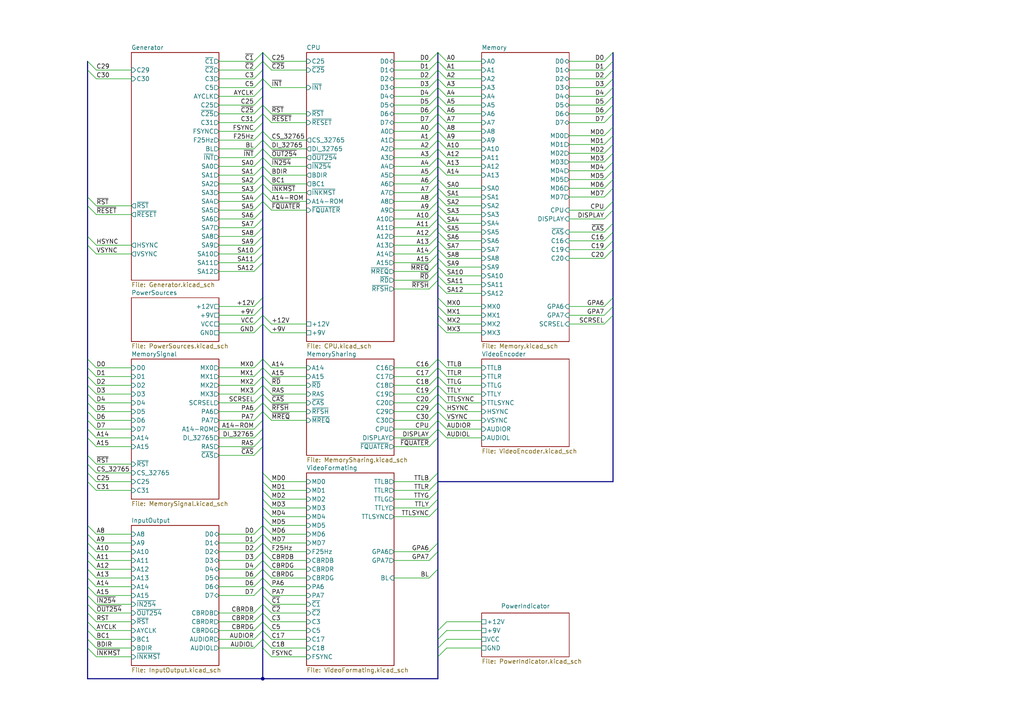
<source format=kicad_sch>
(kicad_sch (version 20211123) (generator eeschema)
  (paper "A4")
  (junction (at 76.2 196.85))
  (bus_entry (at 129.54 185.42) (size -2.54 2.54))
  (bus_entry (at 129.54 187.96) (size -2.54 2.54))
  (bus_entry (at 76.2 160.02) (size 2.54 2.54))
  (bus_entry (at 76.2 162.56) (size 2.54 2.54))
  (bus_entry (at 76.2 137.16) (size 2.54 2.54))
  (bus_entry (at 76.2 139.7) (size 2.54 2.54))
  (bus_entry (at 76.2 157.48) (size 2.54 2.54))
  (bus_entry (at 76.2 142.24) (size 2.54 2.54))
  (bus_entry (at 76.2 144.78) (size 2.54 2.54))
  (bus_entry (at 76.2 147.32) (size 2.54 2.54))
  (bus_entry (at 76.2 149.86) (size 2.54 2.54))
  (bus_entry (at 76.2 154.94) (size 2.54 2.54))
  (bus_entry (at 76.2 152.4) (size 2.54 2.54))
  (bus_entry (at 76.2 86.36) (size -2.54 2.54))
  (bus_entry (at 76.2 88.9) (size -2.54 2.54))
  (bus_entry (at 76.2 93.98) (size -2.54 2.54))
  (bus_entry (at 76.2 91.44) (size -2.54 2.54))
  (bus_entry (at 127 86.36) (size 2.54 2.54))
  (bus_entry (at 127 88.9) (size 2.54 2.54))
  (bus_entry (at 127 93.98) (size 2.54 2.54))
  (bus_entry (at 127 91.44) (size 2.54 2.54))
  (bus_entry (at 127 114.3) (size -2.54 2.54))
  (bus_entry (at 127 116.84) (size -2.54 2.54))
  (bus_entry (at 127 111.76) (size -2.54 2.54))
  (bus_entry (at 127 109.22) (size -2.54 2.54))
  (bus_entry (at 127 106.68) (size -2.54 2.54))
  (bus_entry (at 127 104.14) (size -2.54 2.54))
  (bus_entry (at 127 119.38) (size -2.54 2.54))
  (bus_entry (at 127 121.92) (size -2.54 2.54))
  (bus_entry (at 127 127) (size -2.54 2.54))
  (bus_entry (at 127 124.46) (size -2.54 2.54))
  (bus_entry (at 127 52.07) (size 2.54 2.54))
  (bus_entry (at 127 54.61) (size 2.54 2.54))
  (bus_entry (at 127 57.15) (size 2.54 2.54))
  (bus_entry (at 127 59.69) (size 2.54 2.54))
  (bus_entry (at 127 62.23) (size 2.54 2.54))
  (bus_entry (at 127 64.77) (size 2.54 2.54))
  (bus_entry (at 127 67.31) (size 2.54 2.54))
  (bus_entry (at 127 69.85) (size 2.54 2.54))
  (bus_entry (at 127 72.39) (size 2.54 2.54))
  (bus_entry (at 127 74.93) (size 2.54 2.54))
  (bus_entry (at 127 77.47) (size 2.54 2.54))
  (bus_entry (at 127 80.01) (size 2.54 2.54))
  (bus_entry (at 127 82.55) (size 2.54 2.54))
  (bus_entry (at 25.4 111.76) (size 2.54 2.54))
  (bus_entry (at 25.4 106.68) (size 2.54 2.54))
  (bus_entry (at 25.4 109.22) (size 2.54 2.54))
  (bus_entry (at 177.8 17.78) (size -2.54 2.54))
  (bus_entry (at 177.8 20.32) (size -2.54 2.54))
  (bus_entry (at 177.8 25.4) (size -2.54 2.54))
  (bus_entry (at 177.8 22.86) (size -2.54 2.54))
  (bus_entry (at 177.8 27.94) (size -2.54 2.54))
  (bus_entry (at 177.8 30.48) (size -2.54 2.54))
  (bus_entry (at 177.8 33.02) (size -2.54 2.54))
  (bus_entry (at 76.2 15.24) (size 2.54 2.54))
  (bus_entry (at 76.2 17.78) (size 2.54 2.54))
  (bus_entry (at 76.2 30.48) (size -2.54 2.54))
  (bus_entry (at 76.2 33.02) (size -2.54 2.54))
  (bus_entry (at 76.2 27.94) (size -2.54 2.54))
  (bus_entry (at 76.2 25.4) (size -2.54 2.54))
  (bus_entry (at 76.2 35.56) (size -2.54 2.54))
  (bus_entry (at 76.2 38.1) (size -2.54 2.54))
  (bus_entry (at 76.2 40.64) (size -2.54 2.54))
  (bus_entry (at 76.2 43.18) (size -2.54 2.54))
  (bus_entry (at 76.2 15.24) (size -2.54 2.54))
  (bus_entry (at 76.2 17.78) (size -2.54 2.54))
  (bus_entry (at 76.2 20.32) (size -2.54 2.54))
  (bus_entry (at 76.2 22.86) (size -2.54 2.54))
  (bus_entry (at 76.2 58.42) (size -2.54 2.54))
  (bus_entry (at 76.2 60.96) (size -2.54 2.54))
  (bus_entry (at 76.2 63.5) (size -2.54 2.54))
  (bus_entry (at 76.2 76.2) (size -2.54 2.54))
  (bus_entry (at 76.2 48.26) (size -2.54 2.54))
  (bus_entry (at 76.2 45.72) (size -2.54 2.54))
  (bus_entry (at 76.2 50.8) (size -2.54 2.54))
  (bus_entry (at 76.2 53.34) (size -2.54 2.54))
  (bus_entry (at 76.2 55.88) (size -2.54 2.54))
  (bus_entry (at 76.2 71.12) (size -2.54 2.54))
  (bus_entry (at 76.2 73.66) (size -2.54 2.54))
  (bus_entry (at 76.2 66.04) (size -2.54 2.54))
  (bus_entry (at 76.2 68.58) (size -2.54 2.54))
  (bus_entry (at 127 116.84) (size 2.54 2.54))
  (bus_entry (at 127 114.3) (size 2.54 2.54))
  (bus_entry (at 127 119.38) (size 2.54 2.54))
  (bus_entry (at 127 157.48) (size -2.54 2.54))
  (bus_entry (at 127 160.02) (size -2.54 2.54))
  (bus_entry (at 127 165.1) (size -2.54 2.54))
  (bus_entry (at 127 137.16) (size -2.54 2.54))
  (bus_entry (at 127 147.32) (size -2.54 2.54))
  (bus_entry (at 127 144.78) (size -2.54 2.54))
  (bus_entry (at 127 139.7) (size -2.54 2.54))
  (bus_entry (at 127 142.24) (size -2.54 2.54))
  (bus_entry (at 25.4 104.14) (size 2.54 2.54))
  (bus_entry (at 25.4 124.46) (size 2.54 2.54))
  (bus_entry (at 25.4 127) (size 2.54 2.54))
  (bus_entry (at 76.2 114.3) (size -2.54 2.54))
  (bus_entry (at 76.2 111.76) (size -2.54 2.54))
  (bus_entry (at 76.2 104.14) (size -2.54 2.54))
  (bus_entry (at 76.2 109.22) (size -2.54 2.54))
  (bus_entry (at 76.2 106.68) (size -2.54 2.54))
  (bus_entry (at 76.2 116.84) (size -2.54 2.54))
  (bus_entry (at 76.2 119.38) (size -2.54 2.54))
  (bus_entry (at 76.2 127) (size -2.54 2.54))
  (bus_entry (at 76.2 124.46) (size -2.54 2.54))
  (bus_entry (at 76.2 121.92) (size -2.54 2.54))
  (bus_entry (at 76.2 129.54) (size -2.54 2.54))
  (bus_entry (at 76.2 160.02) (size -2.54 2.54))
  (bus_entry (at 76.2 162.56) (size -2.54 2.54))
  (bus_entry (at 76.2 165.1) (size -2.54 2.54))
  (bus_entry (at 76.2 167.64) (size -2.54 2.54))
  (bus_entry (at 76.2 152.4) (size -2.54 2.54))
  (bus_entry (at 76.2 170.18) (size -2.54 2.54))
  (bus_entry (at 76.2 157.48) (size -2.54 2.54))
  (bus_entry (at 76.2 154.94) (size -2.54 2.54))
  (bus_entry (at 76.2 114.3) (size 2.54 2.54))
  (bus_entry (at 76.2 116.84) (size 2.54 2.54))
  (bus_entry (at 76.2 111.76) (size 2.54 2.54))
  (bus_entry (at 76.2 119.38) (size 2.54 2.54))
  (bus_entry (at 127 22.86) (size 2.54 2.54))
  (bus_entry (at 127 20.32) (size 2.54 2.54))
  (bus_entry (at 127 30.48) (size 2.54 2.54))
  (bus_entry (at 127 33.02) (size 2.54 2.54))
  (bus_entry (at 127 17.78) (size 2.54 2.54))
  (bus_entry (at 127 15.24) (size 2.54 2.54))
  (bus_entry (at 127 27.94) (size 2.54 2.54))
  (bus_entry (at 127 25.4) (size 2.54 2.54))
  (bus_entry (at 127 35.56) (size 2.54 2.54))
  (bus_entry (at 127 38.1) (size 2.54 2.54))
  (bus_entry (at 127 48.26) (size 2.54 2.54))
  (bus_entry (at 127 43.18) (size 2.54 2.54))
  (bus_entry (at 127 45.72) (size 2.54 2.54))
  (bus_entry (at 127 40.64) (size 2.54 2.54))
  (bus_entry (at 76.2 55.88) (size 2.54 2.54))
  (bus_entry (at 76.2 53.34) (size 2.54 2.54))
  (bus_entry (at 76.2 50.8) (size 2.54 2.54))
  (bus_entry (at 76.2 40.64) (size 2.54 2.54))
  (bus_entry (at 76.2 48.26) (size 2.54 2.54))
  (bus_entry (at 76.2 45.72) (size 2.54 2.54))
  (bus_entry (at 76.2 43.18) (size 2.54 2.54))
  (bus_entry (at 76.2 38.1) (size 2.54 2.54))
  (bus_entry (at 127 60.96) (size -2.54 2.54))
  (bus_entry (at 127 63.5) (size -2.54 2.54))
  (bus_entry (at 127 66.04) (size -2.54 2.54))
  (bus_entry (at 127 68.58) (size -2.54 2.54))
  (bus_entry (at 127 71.12) (size -2.54 2.54))
  (bus_entry (at 127 73.66) (size -2.54 2.54))
  (bus_entry (at 127 76.2) (size -2.54 2.54))
  (bus_entry (at 127 78.74) (size -2.54 2.54))
  (bus_entry (at 127 81.28) (size -2.54 2.54))
  (bus_entry (at 127 48.26) (size -2.54 2.54))
  (bus_entry (at 127 50.8) (size -2.54 2.54))
  (bus_entry (at 127 53.34) (size -2.54 2.54))
  (bus_entry (at 127 55.88) (size -2.54 2.54))
  (bus_entry (at 127 58.42) (size -2.54 2.54))
  (bus_entry (at 127 40.64) (size -2.54 2.54))
  (bus_entry (at 127 43.18) (size -2.54 2.54))
  (bus_entry (at 127 45.72) (size -2.54 2.54))
  (bus_entry (at 76.2 182.88) (size -2.54 2.54))
  (bus_entry (at 76.2 185.42) (size -2.54 2.54))
  (bus_entry (at 76.2 177.8) (size -2.54 2.54))
  (bus_entry (at 76.2 180.34) (size -2.54 2.54))
  (bus_entry (at 76.2 175.26) (size -2.54 2.54))
  (bus_entry (at 25.4 116.84) (size 2.54 2.54))
  (bus_entry (at 25.4 114.3) (size 2.54 2.54))
  (bus_entry (at 25.4 119.38) (size 2.54 2.54))
  (bus_entry (at 25.4 121.92) (size 2.54 2.54))
  (bus_entry (at 177.8 52.07) (size -2.54 2.54))
  (bus_entry (at 177.8 54.61) (size -2.54 2.54))
  (bus_entry (at 177.8 58.42) (size -2.54 2.54))
  (bus_entry (at 177.8 72.39) (size -2.54 2.54))
  (bus_entry (at 177.8 41.91) (size -2.54 2.54))
  (bus_entry (at 177.8 36.83) (size -2.54 2.54))
  (bus_entry (at 177.8 39.37) (size -2.54 2.54))
  (bus_entry (at 177.8 49.53) (size -2.54 2.54))
  (bus_entry (at 177.8 60.96) (size -2.54 2.54))
  (bus_entry (at 177.8 64.77) (size -2.54 2.54))
  (bus_entry (at 177.8 67.31) (size -2.54 2.54))
  (bus_entry (at 177.8 91.44) (size -2.54 2.54))
  (bus_entry (at 177.8 88.9) (size -2.54 2.54))
  (bus_entry (at 177.8 86.36) (size -2.54 2.54))
  (bus_entry (at 177.8 44.45) (size -2.54 2.54))
  (bus_entry (at 177.8 46.99) (size -2.54 2.54))
  (bus_entry (at 177.8 69.85) (size -2.54 2.54))
  (bus_entry (at 129.54 180.34) (size -2.54 2.54))
  (bus_entry (at 129.54 182.88) (size -2.54 2.54))
  (bus_entry (at 76.2 30.48) (size 2.54 2.54))
  (bus_entry (at 76.2 33.02) (size 2.54 2.54))
  (bus_entry (at 76.2 91.44) (size 2.54 2.54))
  (bus_entry (at 25.4 132.08) (size 2.54 2.54))
  (bus_entry (at 25.4 134.62) (size 2.54 2.54))
  (bus_entry (at 25.4 137.16) (size 2.54 2.54))
  (bus_entry (at 25.4 139.7) (size 2.54 2.54))
  (bus_entry (at 25.4 180.34) (size 2.54 2.54))
  (bus_entry (at 25.4 182.88) (size 2.54 2.54))
  (bus_entry (at 25.4 185.42) (size 2.54 2.54))
  (bus_entry (at 25.4 187.96) (size 2.54 2.54))
  (bus_entry (at 25.4 154.94) (size 2.54 2.54))
  (bus_entry (at 25.4 152.4) (size 2.54 2.54))
  (bus_entry (at 25.4 170.18) (size 2.54 2.54))
  (bus_entry (at 25.4 172.72) (size 2.54 2.54))
  (bus_entry (at 25.4 175.26) (size 2.54 2.54))
  (bus_entry (at 25.4 177.8) (size 2.54 2.54))
  (bus_entry (at 25.4 160.02) (size 2.54 2.54))
  (bus_entry (at 25.4 162.56) (size 2.54 2.54))
  (bus_entry (at 25.4 165.1) (size 2.54 2.54))
  (bus_entry (at 25.4 167.64) (size 2.54 2.54))
  (bus_entry (at 25.4 157.48) (size 2.54 2.54))
  (bus_entry (at 127 27.94) (size -2.54 2.54))
  (bus_entry (at 127 30.48) (size -2.54 2.54))
  (bus_entry (at 127 15.24) (size -2.54 2.54))
  (bus_entry (at 127 17.78) (size -2.54 2.54))
  (bus_entry (at 127 20.32) (size -2.54 2.54))
  (bus_entry (at 127 22.86) (size -2.54 2.54))
  (bus_entry (at 127 25.4) (size -2.54 2.54))
  (bus_entry (at 127 33.02) (size -2.54 2.54))
  (bus_entry (at 127 35.56) (size -2.54 2.54))
  (bus_entry (at 76.2 172.72) (size 2.54 2.54))
  (bus_entry (at 76.2 175.26) (size 2.54 2.54))
  (bus_entry (at 76.2 177.8) (size 2.54 2.54))
  (bus_entry (at 76.2 180.34) (size 2.54 2.54))
  (bus_entry (at 76.2 182.88) (size 2.54 2.54))
  (bus_entry (at 76.2 187.96) (size 2.54 2.54))
  (bus_entry (at 76.2 185.42) (size 2.54 2.54))
  (bus_entry (at 76.2 93.98) (size 2.54 2.54))
  (bus_entry (at 127 121.92) (size 2.54 2.54))
  (bus_entry (at 127 124.46) (size 2.54 2.54))
  (bus_entry (at 76.2 22.86) (size 2.54 2.54))
  (bus_entry (at 177.8 15.24) (size -2.54 2.54))
  (bus_entry (at 76.2 104.14) (size 2.54 2.54))
  (bus_entry (at 76.2 106.68) (size 2.54 2.54))
  (bus_entry (at 76.2 109.22) (size 2.54 2.54))
  (bus_entry (at 76.2 58.42) (size 2.54 2.54))
  (bus_entry (at 76.2 170.18) (size 2.54 2.54))
  (bus_entry (at 76.2 165.1) (size 2.54 2.54))
  (bus_entry (at 76.2 167.64) (size 2.54 2.54))
  (bus_entry (at 127 38.1) (size -2.54 2.54))
  (bus_entry (at 127 109.22) (size 2.54 2.54))
  (bus_entry (at 127 111.76) (size 2.54 2.54))
  (bus_entry (at 127 106.68) (size 2.54 2.54))
  (bus_entry (at 127 104.14) (size 2.54 2.54))
  (bus_entry (at 25.4 17.78) (size 2.54 2.54))
  (bus_entry (at 25.4 20.32) (size 2.54 2.54))
  (bus_entry (at 25.4 57.15) (size 2.54 2.54))
  (bus_entry (at 25.4 59.69) (size 2.54 2.54))
  (bus_entry (at 25.4 68.58) (size 2.54 2.54))
  (bus_entry (at 25.4 71.12) (size 2.54 2.54))
  (bus (pts (xy 127 121.92) (xy 127 124.46)))
  (wire (pts (xy 78.74 172.72) (xy 88.9 172.72)))
  (wire (pts (xy 129.54 121.92) (xy 139.7 121.92)))
  (bus (pts (xy 177.8 58.42) (xy 177.8 60.96)))
  (wire (pts (xy 78.74 167.64) (xy 88.9 167.64)))
  (wire (pts (xy 63.5 119.38) (xy 73.66 119.38)))
  (bus (pts (xy 76.2 73.66) (xy 76.2 76.2)))
  (wire (pts (xy 63.5 71.12) (xy 73.66 71.12)))
  (bus (pts (xy 76.2 152.4) (xy 76.2 154.94)))
  (bus (pts (xy 76.2 167.64) (xy 76.2 170.18)))
  (wire (pts (xy 114.3 40.64) (xy 124.46 40.64)))
  (wire (pts (xy 165.1 41.91) (xy 175.26 41.91)))
  (wire (pts (xy 63.5 20.32) (xy 73.66 20.32)))
  (bus (pts (xy 76.2 177.8) (xy 76.2 180.34)))
  (bus (pts (xy 177.8 49.53) (xy 177.8 52.07)))
  (bus (pts (xy 76.2 15.24) (xy 76.2 17.78)))
  (wire (pts (xy 165.1 63.5) (xy 175.26 63.5)))
  (bus (pts (xy 127 78.74) (xy 127 80.01)))
  (wire (pts (xy 114.3 66.04) (xy 124.46 66.04)))
  (wire (pts (xy 27.94 175.26) (xy 38.1 175.26)))
  (wire (pts (xy 129.54 45.72) (xy 139.7 45.72)))
  (wire (pts (xy 129.54 67.31) (xy 139.7 67.31)))
  (bus (pts (xy 25.4 187.96) (xy 25.4 196.85)))
  (wire (pts (xy 114.3 144.78) (xy 124.46 144.78)))
  (wire (pts (xy 114.3 33.02) (xy 124.46 33.02)))
  (wire (pts (xy 27.94 121.92) (xy 38.1 121.92)))
  (bus (pts (xy 127 182.88) (xy 127 185.42)))
  (wire (pts (xy 129.54 48.26) (xy 139.7 48.26)))
  (bus (pts (xy 177.8 88.9) (xy 177.8 91.44)))
  (bus (pts (xy 127 15.24) (xy 127 17.78)))
  (wire (pts (xy 129.54 50.8) (xy 139.7 50.8)))
  (bus (pts (xy 76.2 114.3) (xy 76.2 116.84)))
  (wire (pts (xy 78.74 33.02) (xy 88.9 33.02)))
  (wire (pts (xy 129.54 124.46) (xy 139.7 124.46)))
  (bus (pts (xy 25.4 59.69) (xy 25.4 68.58)))
  (bus (pts (xy 127 68.58) (xy 127 69.85)))
  (wire (pts (xy 114.3 147.32) (xy 124.46 147.32)))
  (wire (pts (xy 165.1 44.45) (xy 175.26 44.45)))
  (wire (pts (xy 129.54 80.01) (xy 139.7 80.01)))
  (bus (pts (xy 177.8 52.07) (xy 177.8 54.61)))
  (wire (pts (xy 114.3 17.78) (xy 124.46 17.78)))
  (wire (pts (xy 129.54 69.85) (xy 139.7 69.85)))
  (wire (pts (xy 129.54 40.64) (xy 139.7 40.64)))
  (bus (pts (xy 76.2 43.18) (xy 76.2 45.72)))
  (wire (pts (xy 63.5 154.94) (xy 73.66 154.94)))
  (bus (pts (xy 76.2 88.9) (xy 76.2 91.44)))
  (wire (pts (xy 78.74 96.52) (xy 88.9 96.52)))
  (wire (pts (xy 63.5 116.84) (xy 73.66 116.84)))
  (wire (pts (xy 78.74 160.02) (xy 88.9 160.02)))
  (wire (pts (xy 129.54 85.09) (xy 139.7 85.09)))
  (bus (pts (xy 25.4 139.7) (xy 25.4 152.4)))
  (bus (pts (xy 25.4 132.08) (xy 25.4 134.62)))
  (wire (pts (xy 63.5 182.88) (xy 73.66 182.88)))
  (wire (pts (xy 114.3 121.92) (xy 124.46 121.92)))
  (bus (pts (xy 25.4 165.1) (xy 25.4 167.64)))
  (bus (pts (xy 76.2 40.64) (xy 76.2 43.18)))
  (wire (pts (xy 129.54 91.44) (xy 139.7 91.44)))
  (wire (pts (xy 114.3 106.68) (xy 124.46 106.68)))
  (bus (pts (xy 177.8 64.77) (xy 177.8 67.31)))
  (wire (pts (xy 129.54 25.4) (xy 139.7 25.4)))
  (wire (pts (xy 27.94 22.86) (xy 38.1 22.86)))
  (wire (pts (xy 165.1 49.53) (xy 175.26 49.53)))
  (wire (pts (xy 63.5 55.88) (xy 73.66 55.88)))
  (wire (pts (xy 129.54 187.96) (xy 139.7 187.96)))
  (bus (pts (xy 177.8 15.24) (xy 177.8 17.78)))
  (wire (pts (xy 63.5 60.96) (xy 73.66 60.96)))
  (wire (pts (xy 78.74 111.76) (xy 88.9 111.76)))
  (wire (pts (xy 129.54 72.39) (xy 139.7 72.39)))
  (bus (pts (xy 177.8 69.85) (xy 177.8 72.39)))
  (bus (pts (xy 25.4 137.16) (xy 25.4 139.7)))
  (bus (pts (xy 25.4 17.78) (xy 25.4 20.32)))
  (wire (pts (xy 63.5 45.72) (xy 73.66 45.72)))
  (wire (pts (xy 129.54 74.93) (xy 139.7 74.93)))
  (wire (pts (xy 165.1 20.32) (xy 175.26 20.32)))
  (bus (pts (xy 127 69.85) (xy 127 71.12)))
  (bus (pts (xy 76.2 63.5) (xy 76.2 66.04)))
  (wire (pts (xy 114.3 55.88) (xy 124.46 55.88)))
  (bus (pts (xy 25.4 114.3) (xy 25.4 116.84)))
  (bus (pts (xy 76.2 38.1) (xy 76.2 40.64)))
  (wire (pts (xy 129.54 33.02) (xy 139.7 33.02)))
  (bus (pts (xy 76.2 196.85) (xy 127 196.85)))
  (wire (pts (xy 129.54 59.69) (xy 139.7 59.69)))
  (wire (pts (xy 78.74 55.88) (xy 88.9 55.88)))
  (wire (pts (xy 63.5 38.1) (xy 73.66 38.1)))
  (bus (pts (xy 127 81.28) (xy 127 82.55)))
  (wire (pts (xy 63.5 76.2) (xy 73.66 76.2)))
  (bus (pts (xy 127 88.9) (xy 127 91.44)))
  (wire (pts (xy 27.94 62.23) (xy 38.1 62.23)))
  (bus (pts (xy 76.2 22.86) (xy 76.2 25.4)))
  (wire (pts (xy 129.54 180.34) (xy 139.7 180.34)))
  (wire (pts (xy 78.74 45.72) (xy 88.9 45.72)))
  (wire (pts (xy 78.74 53.34) (xy 88.9 53.34)))
  (wire (pts (xy 63.5 180.34) (xy 73.66 180.34)))
  (bus (pts (xy 25.4 185.42) (xy 25.4 187.96)))
  (wire (pts (xy 129.54 119.38) (xy 139.7 119.38)))
  (bus (pts (xy 127 104.14) (xy 127 106.68)))
  (bus (pts (xy 25.4 196.85) (xy 76.2 196.85)))
  (wire (pts (xy 63.5 160.02) (xy 73.66 160.02)))
  (bus (pts (xy 76.2 149.86) (xy 76.2 152.4)))
  (bus (pts (xy 177.8 86.36) (xy 177.8 88.9)))
  (bus (pts (xy 127 27.94) (xy 127 30.48)))
  (wire (pts (xy 78.74 50.8) (xy 88.9 50.8)))
  (wire (pts (xy 63.5 132.08) (xy 73.66 132.08)))
  (bus (pts (xy 76.2 127) (xy 76.2 129.54)))
  (wire (pts (xy 165.1 25.4) (xy 175.26 25.4)))
  (bus (pts (xy 25.4 182.88) (xy 25.4 185.42)))
  (wire (pts (xy 27.94 190.5) (xy 38.1 190.5)))
  (wire (pts (xy 27.94 185.42) (xy 38.1 185.42)))
  (bus (pts (xy 76.2 180.34) (xy 76.2 182.88)))
  (wire (pts (xy 27.94 157.48) (xy 38.1 157.48)))
  (wire (pts (xy 78.74 60.96) (xy 88.9 60.96)))
  (bus (pts (xy 76.2 17.78) (xy 76.2 20.32)))
  (wire (pts (xy 78.74 157.48) (xy 88.9 157.48)))
  (wire (pts (xy 78.74 17.78) (xy 88.9 17.78)))
  (wire (pts (xy 27.94 165.1) (xy 38.1 165.1)))
  (bus (pts (xy 76.2 137.16) (xy 76.2 139.7)))
  (bus (pts (xy 76.2 30.48) (xy 76.2 33.02)))
  (bus (pts (xy 127 127) (xy 127 137.16)))
  (bus (pts (xy 127 139.7) (xy 127 142.24)))
  (wire (pts (xy 78.74 106.68) (xy 88.9 106.68)))
  (bus (pts (xy 25.4 71.12) (xy 25.4 104.14)))
  (bus (pts (xy 127 91.44) (xy 127 93.98)))
  (wire (pts (xy 165.1 46.99) (xy 175.26 46.99)))
  (bus (pts (xy 127 25.4) (xy 127 27.94)))
  (wire (pts (xy 78.74 185.42) (xy 88.9 185.42)))
  (wire (pts (xy 114.3 58.42) (xy 124.46 58.42)))
  (wire (pts (xy 129.54 17.78) (xy 139.7 17.78)))
  (wire (pts (xy 78.74 147.32) (xy 88.9 147.32)))
  (wire (pts (xy 27.94 114.3) (xy 38.1 114.3)))
  (wire (pts (xy 78.74 165.1) (xy 88.9 165.1)))
  (bus (pts (xy 127 76.2) (xy 127 77.47)))
  (wire (pts (xy 129.54 35.56) (xy 139.7 35.56)))
  (bus (pts (xy 127 33.02) (xy 127 35.56)))
  (bus (pts (xy 127 53.34) (xy 127 54.61)))
  (wire (pts (xy 78.74 119.38) (xy 88.9 119.38)))
  (wire (pts (xy 27.94 172.72) (xy 38.1 172.72)))
  (wire (pts (xy 129.54 182.88) (xy 139.7 182.88)))
  (wire (pts (xy 165.1 39.37) (xy 175.26 39.37)))
  (bus (pts (xy 25.4 162.56) (xy 25.4 165.1)))
  (wire (pts (xy 27.94 106.68) (xy 38.1 106.68)))
  (wire (pts (xy 114.3 149.86) (xy 124.46 149.86)))
  (bus (pts (xy 76.2 66.04) (xy 76.2 68.58)))
  (wire (pts (xy 114.3 27.94) (xy 124.46 27.94)))
  (wire (pts (xy 78.74 116.84) (xy 88.9 116.84)))
  (bus (pts (xy 177.8 41.91) (xy 177.8 44.45)))
  (bus (pts (xy 127 35.56) (xy 127 38.1)))
  (wire (pts (xy 78.74 144.78) (xy 88.9 144.78)))
  (wire (pts (xy 63.5 58.42) (xy 73.66 58.42)))
  (bus (pts (xy 127 114.3) (xy 127 116.84)))
  (wire (pts (xy 78.74 152.4) (xy 88.9 152.4)))
  (wire (pts (xy 27.94 134.62) (xy 38.1 134.62)))
  (wire (pts (xy 78.74 121.92) (xy 88.9 121.92)))
  (bus (pts (xy 25.4 157.48) (xy 25.4 160.02)))
  (wire (pts (xy 78.74 114.3) (xy 88.9 114.3)))
  (bus (pts (xy 127 116.84) (xy 127 119.38)))
  (wire (pts (xy 78.74 142.24) (xy 88.9 142.24)))
  (wire (pts (xy 27.94 73.66) (xy 38.1 73.66)))
  (bus (pts (xy 127 57.15) (xy 127 58.42)))
  (bus (pts (xy 127 40.64) (xy 127 43.18)))
  (wire (pts (xy 63.5 157.48) (xy 73.66 157.48)))
  (bus (pts (xy 76.2 106.68) (xy 76.2 109.22)))
  (wire (pts (xy 27.94 170.18) (xy 38.1 170.18)))
  (bus (pts (xy 25.4 175.26) (xy 25.4 177.8)))
  (bus (pts (xy 76.2 93.98) (xy 76.2 104.14)))
  (wire (pts (xy 114.3 78.74) (xy 124.46 78.74)))
  (wire (pts (xy 63.5 73.66) (xy 73.66 73.66)))
  (bus (pts (xy 25.4 170.18) (xy 25.4 172.72)))
  (wire (pts (xy 78.74 43.18) (xy 88.9 43.18)))
  (wire (pts (xy 63.5 88.9) (xy 73.66 88.9)))
  (bus (pts (xy 25.4 119.38) (xy 25.4 121.92)))
  (bus (pts (xy 25.4 134.62) (xy 25.4 137.16)))
  (bus (pts (xy 76.2 109.22) (xy 76.2 111.76)))
  (wire (pts (xy 78.74 25.4) (xy 88.9 25.4)))
  (wire (pts (xy 78.74 154.94) (xy 88.9 154.94)))
  (bus (pts (xy 127 157.48) (xy 127 160.02)))
  (bus (pts (xy 127 124.46) (xy 127 127)))
  (wire (pts (xy 114.3 116.84) (xy 124.46 116.84)))
  (wire (pts (xy 63.5 78.74) (xy 73.66 78.74)))
  (wire (pts (xy 114.3 22.86) (xy 124.46 22.86)))
  (bus (pts (xy 76.2 104.14) (xy 76.2 106.68)))
  (wire (pts (xy 78.74 58.42) (xy 88.9 58.42)))
  (wire (pts (xy 165.1 67.31) (xy 175.26 67.31)))
  (bus (pts (xy 76.2 139.7) (xy 76.2 142.24)))
  (wire (pts (xy 63.5 187.96) (xy 73.66 187.96)))
  (bus (pts (xy 25.4 57.15) (xy 25.4 59.69)))
  (wire (pts (xy 129.54 106.68) (xy 139.7 106.68)))
  (bus (pts (xy 25.4 177.8) (xy 25.4 180.34)))
  (bus (pts (xy 127 54.61) (xy 127 55.88)))
  (bus (pts (xy 25.4 68.58) (xy 25.4 71.12)))
  (bus (pts (xy 127 30.48) (xy 127 33.02)))
  (bus (pts (xy 76.2 116.84) (xy 76.2 119.38)))
  (wire (pts (xy 78.74 48.26) (xy 88.9 48.26)))
  (wire (pts (xy 27.94 109.22) (xy 38.1 109.22)))
  (bus (pts (xy 76.2 55.88) (xy 76.2 58.42)))
  (bus (pts (xy 25.4 111.76) (xy 25.4 114.3)))
  (bus (pts (xy 127 109.22) (xy 127 111.76)))
  (wire (pts (xy 63.5 48.26) (xy 73.66 48.26)))
  (wire (pts (xy 63.5 91.44) (xy 73.66 91.44)))
  (bus (pts (xy 76.2 162.56) (xy 76.2 165.1)))
  (wire (pts (xy 114.3 127) (xy 124.46 127)))
  (wire (pts (xy 129.54 64.77) (xy 139.7 64.77)))
  (wire (pts (xy 63.5 35.56) (xy 73.66 35.56)))
  (bus (pts (xy 127 45.72) (xy 127 48.26)))
  (bus (pts (xy 127 165.1) (xy 127 182.88)))
  (wire (pts (xy 27.94 137.16) (xy 38.1 137.16)))
  (wire (pts (xy 114.3 162.56) (xy 124.46 162.56)))
  (bus (pts (xy 127 22.86) (xy 127 25.4)))
  (bus (pts (xy 127 62.23) (xy 127 63.5)))
  (bus (pts (xy 76.2 147.32) (xy 76.2 149.86)))
  (bus (pts (xy 127 73.66) (xy 127 74.93)))
  (wire (pts (xy 114.3 45.72) (xy 124.46 45.72)))
  (wire (pts (xy 63.5 25.4) (xy 73.66 25.4)))
  (wire (pts (xy 78.74 109.22) (xy 88.9 109.22)))
  (bus (pts (xy 127 55.88) (xy 127 57.15)))
  (bus (pts (xy 177.8 17.78) (xy 177.8 20.32)))
  (wire (pts (xy 27.94 59.69) (xy 38.1 59.69)))
  (bus (pts (xy 25.4 109.22) (xy 25.4 111.76)))
  (bus (pts (xy 76.2 20.32) (xy 76.2 22.86)))
  (bus (pts (xy 25.4 180.34) (xy 25.4 182.88)))
  (bus (pts (xy 127 59.69) (xy 127 60.96)))
  (wire (pts (xy 27.94 71.12) (xy 38.1 71.12)))
  (bus (pts (xy 127 142.24) (xy 127 144.78)))
  (wire (pts (xy 63.5 27.94) (xy 73.66 27.94)))
  (wire (pts (xy 165.1 91.44) (xy 175.26 91.44)))
  (wire (pts (xy 114.3 109.22) (xy 124.46 109.22)))
  (wire (pts (xy 63.5 165.1) (xy 73.66 165.1)))
  (bus (pts (xy 177.8 27.94) (xy 177.8 30.48)))
  (wire (pts (xy 78.74 182.88) (xy 88.9 182.88)))
  (bus (pts (xy 127 17.78) (xy 127 20.32)))
  (bus (pts (xy 127 86.36) (xy 127 88.9)))
  (bus (pts (xy 76.2 187.96) (xy 76.2 196.85)))
  (wire (pts (xy 27.94 116.84) (xy 38.1 116.84)))
  (bus (pts (xy 76.2 144.78) (xy 76.2 147.32)))
  (bus (pts (xy 76.2 48.26) (xy 76.2 50.8)))
  (bus (pts (xy 127 48.26) (xy 127 50.8)))
  (bus (pts (xy 25.4 172.72) (xy 25.4 175.26)))
  (bus (pts (xy 177.8 46.99) (xy 177.8 49.53)))
  (bus (pts (xy 76.2 71.12) (xy 76.2 73.66)))
  (bus (pts (xy 127 43.18) (xy 127 45.72)))
  (bus (pts (xy 177.8 36.83) (xy 177.8 39.37)))
  (bus (pts (xy 76.2 154.94) (xy 76.2 157.48)))
  (bus (pts (xy 177.8 54.61) (xy 177.8 58.42)))
  (wire (pts (xy 27.94 160.02) (xy 38.1 160.02)))
  (wire (pts (xy 165.1 22.86) (xy 175.26 22.86)))
  (wire (pts (xy 165.1 27.94) (xy 175.26 27.94)))
  (bus (pts (xy 127 52.07) (xy 127 53.34)))
  (wire (pts (xy 27.94 162.56) (xy 38.1 162.56)))
  (wire (pts (xy 129.54 57.15) (xy 139.7 57.15)))
  (bus (pts (xy 127 147.32) (xy 127 157.48)))
  (wire (pts (xy 129.54 20.32) (xy 139.7 20.32)))
  (wire (pts (xy 114.3 63.5) (xy 124.46 63.5)))
  (wire (pts (xy 63.5 177.8) (xy 73.66 177.8)))
  (wire (pts (xy 78.74 20.32) (xy 88.9 20.32)))
  (wire (pts (xy 165.1 74.93) (xy 175.26 74.93)))
  (wire (pts (xy 129.54 82.55) (xy 139.7 82.55)))
  (bus (pts (xy 76.2 124.46) (xy 76.2 127)))
  (wire (pts (xy 27.94 154.94) (xy 38.1 154.94)))
  (wire (pts (xy 27.94 111.76) (xy 38.1 111.76)))
  (wire (pts (xy 165.1 54.61) (xy 175.26 54.61)))
  (wire (pts (xy 114.3 142.24) (xy 124.46 142.24)))
  (bus (pts (xy 76.2 160.02) (xy 76.2 162.56)))
  (wire (pts (xy 63.5 185.42) (xy 73.66 185.42)))
  (wire (pts (xy 129.54 185.42) (xy 139.7 185.42)))
  (bus (pts (xy 177.8 22.86) (xy 177.8 25.4)))
  (wire (pts (xy 27.94 177.8) (xy 38.1 177.8)))
  (bus (pts (xy 76.2 172.72) (xy 76.2 175.26)))
  (bus (pts (xy 127 119.38) (xy 127 121.92)))
  (wire (pts (xy 63.5 50.8) (xy 73.66 50.8)))
  (wire (pts (xy 114.3 73.66) (xy 124.46 73.66)))
  (wire (pts (xy 63.5 68.58) (xy 73.66 68.58)))
  (bus (pts (xy 127 50.8) (xy 127 52.07)))
  (bus (pts (xy 25.4 121.92) (xy 25.4 124.46)))
  (bus (pts (xy 127 144.78) (xy 127 147.32)))
  (wire (pts (xy 165.1 60.96) (xy 175.26 60.96)))
  (bus (pts (xy 127 20.32) (xy 127 22.86)))
  (bus (pts (xy 177.8 39.37) (xy 177.8 41.91)))
  (wire (pts (xy 129.54 54.61) (xy 139.7 54.61)))
  (bus (pts (xy 25.4 160.02) (xy 25.4 162.56)))
  (wire (pts (xy 63.5 22.86) (xy 73.66 22.86)))
  (wire (pts (xy 27.94 139.7) (xy 38.1 139.7)))
  (bus (pts (xy 127 63.5) (xy 127 64.77)))
  (wire (pts (xy 63.5 40.64) (xy 73.66 40.64)))
  (wire (pts (xy 129.54 62.23) (xy 139.7 62.23)))
  (wire (pts (xy 63.5 172.72) (xy 73.66 172.72)))
  (bus (pts (xy 76.2 86.36) (xy 76.2 88.9)))
  (wire (pts (xy 129.54 114.3) (xy 139.7 114.3)))
  (wire (pts (xy 165.1 33.02) (xy 175.26 33.02)))
  (wire (pts (xy 78.74 187.96) (xy 88.9 187.96)))
  (wire (pts (xy 78.74 175.26) (xy 88.9 175.26)))
  (wire (pts (xy 63.5 114.3) (xy 73.66 114.3)))
  (bus (pts (xy 177.8 20.32) (xy 177.8 22.86)))
  (bus (pts (xy 177.8 44.45) (xy 177.8 46.99)))
  (bus (pts (xy 25.4 116.84) (xy 25.4 119.38)))
  (bus (pts (xy 127 137.16) (xy 127 139.7)))
  (bus (pts (xy 127 67.31) (xy 127 68.58)))
  (bus (pts (xy 25.4 20.32) (xy 25.4 57.15)))
  (wire (pts (xy 165.1 69.85) (xy 175.26 69.85)))
  (wire (pts (xy 114.3 43.18) (xy 124.46 43.18)))
  (wire (pts (xy 78.74 35.56) (xy 88.9 35.56)))
  (wire (pts (xy 114.3 160.02) (xy 124.46 160.02)))
  (wire (pts (xy 63.5 162.56) (xy 73.66 162.56)))
  (wire (pts (xy 165.1 72.39) (xy 175.26 72.39)))
  (wire (pts (xy 78.74 93.98) (xy 88.9 93.98)))
  (wire (pts (xy 78.74 177.8) (xy 88.9 177.8)))
  (bus (pts (xy 127 71.12) (xy 127 72.39)))
  (bus (pts (xy 127 106.68) (xy 127 109.22)))
  (wire (pts (xy 78.74 162.56) (xy 88.9 162.56)))
  (bus (pts (xy 25.4 127) (xy 25.4 132.08)))
  (wire (pts (xy 129.54 127) (xy 139.7 127)))
  (bus (pts (xy 76.2 25.4) (xy 76.2 27.94)))
  (wire (pts (xy 114.3 50.8) (xy 124.46 50.8)))
  (wire (pts (xy 114.3 48.26) (xy 124.46 48.26)))
  (wire (pts (xy 27.94 182.88) (xy 38.1 182.88)))
  (wire (pts (xy 63.5 93.98) (xy 73.66 93.98)))
  (bus (pts (xy 177.8 67.31) (xy 177.8 69.85)))
  (wire (pts (xy 129.54 111.76) (xy 139.7 111.76)))
  (wire (pts (xy 78.74 190.5) (xy 88.9 190.5)))
  (bus (pts (xy 76.2 33.02) (xy 76.2 35.56)))
  (bus (pts (xy 76.2 53.34) (xy 76.2 55.88)))
  (bus (pts (xy 76.2 45.72) (xy 76.2 48.26)))
  (bus (pts (xy 127 160.02) (xy 127 165.1)))
  (bus (pts (xy 127 74.93) (xy 127 76.2)))
  (wire (pts (xy 114.3 53.34) (xy 124.46 53.34)))
  (bus (pts (xy 76.2 111.76) (xy 76.2 114.3)))
  (wire (pts (xy 63.5 121.92) (xy 73.66 121.92)))
  (bus (pts (xy 76.2 129.54) (xy 76.2 137.16)))
  (bus (pts (xy 76.2 142.24) (xy 76.2 144.78)))
  (wire (pts (xy 114.3 167.64) (xy 124.46 167.64)))
  (bus (pts (xy 127 77.47) (xy 127 78.74)))
  (wire (pts (xy 165.1 57.15) (xy 175.26 57.15)))
  (wire (pts (xy 129.54 43.18) (xy 139.7 43.18)))
  (bus (pts (xy 177.8 91.44) (xy 177.8 139.7)))
  (wire (pts (xy 129.54 93.98) (xy 139.7 93.98)))
  (bus (pts (xy 127 82.55) (xy 127 86.36)))
  (bus (pts (xy 76.2 157.48) (xy 76.2 160.02)))
  (bus (pts (xy 76.2 170.18) (xy 76.2 172.72)))
  (wire (pts (xy 63.5 111.76) (xy 73.66 111.76)))
  (wire (pts (xy 63.5 109.22) (xy 73.66 109.22)))
  (bus (pts (xy 76.2 76.2) (xy 76.2 86.36)))
  (wire (pts (xy 114.3 30.48) (xy 124.46 30.48)))
  (bus (pts (xy 76.2 121.92) (xy 76.2 124.46)))
  (wire (pts (xy 114.3 71.12) (xy 124.46 71.12)))
  (wire (pts (xy 27.94 180.34) (xy 38.1 180.34)))
  (wire (pts (xy 114.3 83.82) (xy 124.46 83.82)))
  (wire (pts (xy 27.94 142.24) (xy 38.1 142.24)))
  (wire (pts (xy 63.5 53.34) (xy 73.66 53.34)))
  (wire (pts (xy 114.3 139.7) (xy 124.46 139.7)))
  (bus (pts (xy 76.2 68.58) (xy 76.2 71.12)))
  (wire (pts (xy 129.54 116.84) (xy 139.7 116.84)))
  (bus (pts (xy 76.2 27.94) (xy 76.2 30.48)))
  (wire (pts (xy 63.5 66.04) (xy 73.66 66.04)))
  (wire (pts (xy 114.3 81.28) (xy 124.46 81.28)))
  (bus (pts (xy 25.4 104.14) (xy 25.4 106.68)))
  (wire (pts (xy 165.1 52.07) (xy 175.26 52.07)))
  (bus (pts (xy 76.2 35.56) (xy 76.2 38.1)))
  (bus (pts (xy 127 66.04) (xy 127 67.31)))
  (bus (pts (xy 127 72.39) (xy 127 73.66)))
  (bus (pts (xy 76.2 50.8) (xy 76.2 53.34)))
  (wire (pts (xy 63.5 127) (xy 73.66 127)))
  (bus (pts (xy 127 64.77) (xy 127 66.04)))
  (wire (pts (xy 129.54 88.9) (xy 139.7 88.9)))
  (bus (pts (xy 177.8 60.96) (xy 177.8 64.77)))
  (bus (pts (xy 76.2 182.88) (xy 76.2 185.42)))
  (wire (pts (xy 165.1 88.9) (xy 175.26 88.9)))
  (wire (pts (xy 114.3 76.2) (xy 124.46 76.2)))
  (wire (pts (xy 129.54 96.52) (xy 139.7 96.52)))
  (wire (pts (xy 114.3 68.58) (xy 124.46 68.58)))
  (bus (pts (xy 25.4 152.4) (xy 25.4 154.94)))
  (wire (pts (xy 63.5 170.18) (xy 73.66 170.18)))
  (wire (pts (xy 114.3 119.38) (xy 124.46 119.38)))
  (bus (pts (xy 25.4 167.64) (xy 25.4 170.18)))
  (bus (pts (xy 76.2 91.44) (xy 76.2 93.98)))
  (wire (pts (xy 114.3 60.96) (xy 124.46 60.96)))
  (wire (pts (xy 27.94 127) (xy 38.1 127)))
  (wire (pts (xy 165.1 17.78) (xy 175.26 17.78)))
  (wire (pts (xy 78.74 139.7) (xy 88.9 139.7)))
  (wire (pts (xy 129.54 22.86) (xy 139.7 22.86)))
  (wire (pts (xy 63.5 96.52) (xy 73.66 96.52)))
  (wire (pts (xy 27.94 167.64) (xy 38.1 167.64)))
  (wire (pts (xy 114.3 124.46) (xy 124.46 124.46)))
  (wire (pts (xy 165.1 35.56) (xy 175.26 35.56)))
  (wire (pts (xy 129.54 109.22) (xy 139.7 109.22)))
  (bus (pts (xy 177.8 72.39) (xy 177.8 86.36)))
  (wire (pts (xy 63.5 106.68) (xy 73.66 106.68)))
  (wire (pts (xy 27.94 129.54) (xy 38.1 129.54)))
  (bus (pts (xy 127 93.98) (xy 127 104.14)))
  (wire (pts (xy 114.3 38.1) (xy 124.46 38.1)))
  (bus (pts (xy 177.8 25.4) (xy 177.8 27.94)))
  (wire (pts (xy 165.1 93.98) (xy 175.26 93.98)))
  (wire (pts (xy 63.5 167.64) (xy 73.66 167.64)))
  (bus (pts (xy 177.8 30.48) (xy 177.8 33.02)))
  (bus (pts (xy 127 139.7) (xy 177.8 139.7)))
  (bus (pts (xy 76.2 165.1) (xy 76.2 167.64)))
  (wire (pts (xy 63.5 17.78) (xy 73.66 17.78)))
  (wire (pts (xy 129.54 30.48) (xy 139.7 30.48)))
  (wire (pts (xy 129.54 38.1) (xy 139.7 38.1)))
  (wire (pts (xy 78.74 170.18) (xy 88.9 170.18)))
  (bus (pts (xy 127 111.76) (xy 127 114.3)))
  (wire (pts (xy 114.3 114.3) (xy 124.46 114.3)))
  (bus (pts (xy 127 190.5) (xy 127 196.85)))
  (wire (pts (xy 27.94 187.96) (xy 38.1 187.96)))
  (bus (pts (xy 25.4 124.46) (xy 25.4 127)))
  (wire (pts (xy 63.5 43.18) (xy 73.66 43.18)))
  (bus (pts (xy 25.4 106.68) (xy 25.4 109.22)))
  (bus (pts (xy 127 187.96) (xy 127 190.5)))
  (wire (pts (xy 114.3 129.54) (xy 124.46 129.54)))
  (bus (pts (xy 127 185.42) (xy 127 187.96)))
  (wire (pts (xy 63.5 33.02) (xy 73.66 33.02)))
  (wire (pts (xy 63.5 124.46) (xy 73.66 124.46)))
  (wire (pts (xy 27.94 124.46) (xy 38.1 124.46)))
  (bus (pts (xy 76.2 185.42) (xy 76.2 187.96)))
  (bus (pts (xy 25.4 154.94) (xy 25.4 157.48)))
  (bus (pts (xy 127 58.42) (xy 127 59.69)))
  (wire (pts (xy 114.3 111.76) (xy 124.46 111.76)))
  (wire (pts (xy 114.3 35.56) (xy 124.46 35.56)))
  (wire (pts (xy 78.74 149.86) (xy 88.9 149.86)))
  (wire (pts (xy 114.3 20.32) (xy 124.46 20.32)))
  (wire (pts (xy 63.5 63.5) (xy 73.66 63.5)))
  (wire (pts (xy 165.1 30.48) (xy 175.26 30.48)))
  (bus (pts (xy 127 80.01) (xy 127 81.28)))
  (wire (pts (xy 63.5 30.48) (xy 73.66 30.48)))
  (wire (pts (xy 27.94 119.38) (xy 38.1 119.38)))
  (wire (pts (xy 78.74 40.64) (xy 88.9 40.64)))
  (wire (pts (xy 129.54 27.94) (xy 139.7 27.94)))
  (bus (pts (xy 127 60.96) (xy 127 62.23)))
  (bus (pts (xy 177.8 33.02) (xy 177.8 36.83)))
  (bus (pts (xy 76.2 60.96) (xy 76.2 63.5)))
  (bus (pts (xy 76.2 119.38) (xy 76.2 121.92)))
  (wire (pts (xy 129.54 77.47) (xy 139.7 77.47)))
  (bus (pts (xy 76.2 175.26) (xy 76.2 177.8)))
  (bus (pts (xy 76.2 58.42) (xy 76.2 60.96)))
  (bus (pts (xy 127 38.1) (xy 127 40.64)))
  (wire (pts (xy 114.3 25.4) (xy 124.46 25.4)))
  (wire (pts (xy 27.94 20.32) (xy 38.1 20.32)))
  (wire (pts (xy 78.74 180.34) (xy 88.9 180.34)))
  (wire (pts (xy 63.5 129.54) (xy 73.66 129.54)))
  (label "A1" (at 124.46 40.64 180))
  (label "C18" (at 124.46 111.76 180))
  (label "+12V" (at 78.74 93.98 0))
  (label "~{RD}" (at 78.74 111.76 0))
  (label "TTLSYNC" (at 124.46 149.86 180))
  (label "MD3" (at 175.26 46.99 180))
  (label "DISPLAY" (at 124.46 127 180))
  (label "C5" (at 73.66 25.4 180))
  (label "A6" (at 129.54 33.02 0))
  (label "MD1" (at 175.26 41.91 180))
  (label "MD0" (at 175.26 39.37 180))
  (label "C3" (at 73.66 22.86 180))
  (label "~{CAS}" (at 73.66 132.08 180))
  (label "D4" (at 73.66 165.1 180))
  (label "A4" (at 124.46 48.26 180))
  (label "VSYNC" (at 129.54 121.92 0))
  (label "A13" (at 124.46 71.12 180))
  (label "MX1" (at 73.66 109.22 180))
  (label "SA5" (at 73.66 60.96 180))
  (label "CBRDB" (at 73.66 177.8 180))
  (label "A8" (at 124.46 58.42 180))
  (label "AUDIOL" (at 129.54 127 0))
  (label "A0" (at 124.46 38.1 180))
  (label "A10" (at 124.46 63.5 180))
  (label "~{C25}" (at 73.66 33.02 180))
  (label "~{FQUATER}" (at 124.46 129.54 180))
  (label "D5" (at 175.26 30.48 180))
  (label "~{IN254}" (at 78.74 48.26 0))
  (label "SA11" (at 129.54 82.55 0))
  (label "C20" (at 124.46 116.84 180))
  (label "MD4" (at 78.74 149.86 0))
  (label "D1" (at 27.94 109.22 0))
  (label "SA1" (at 129.54 57.15 0))
  (label "A7" (at 129.54 35.56 0))
  (label "D2" (at 27.94 111.76 0))
  (label "MX2" (at 129.54 93.98 0))
  (label "C19" (at 124.46 114.3 180))
  (label "A10" (at 27.94 160.02 0))
  (label "SA0" (at 73.66 48.26 180))
  (label "MD7" (at 78.74 157.48 0))
  (label "SA3" (at 73.66 55.88 180))
  (label "HSYNC" (at 129.54 119.38 0))
  (label "~{RD}" (at 124.46 81.28 180))
  (label "~{C25}" (at 78.74 20.32 0))
  (label "D0" (at 73.66 154.94 180))
  (label "A14" (at 27.94 127 0))
  (label "MX1" (at 129.54 91.44 0))
  (label "GPA7" (at 124.46 162.56 180))
  (label "~{IN254}" (at 27.94 175.26 0))
  (label "~{C2}" (at 78.74 177.8 0))
  (label "CBRDB" (at 78.74 162.56 0))
  (label "~{RST}" (at 27.94 134.62 0))
  (label "~{CAS}" (at 78.74 116.84 0))
  (label "BDIR" (at 78.74 50.8 0))
  (label "PA6" (at 73.66 119.38 180))
  (label "~{INKMST}" (at 78.74 55.88 0))
  (label "A11" (at 124.46 66.04 180))
  (label "D6" (at 73.66 170.18 180))
  (label "VSYNC" (at 27.94 73.66 0))
  (label "SA6" (at 73.66 63.5 180))
  (label "A7" (at 124.46 55.88 180))
  (label "D3" (at 73.66 162.56 180))
  (label "SA4" (at 129.54 64.77 0))
  (label "D7" (at 124.46 35.56 180))
  (label "+12V" (at 68.58 88.9 0))
  (label "A2" (at 124.46 43.18 180))
  (label "SA11" (at 73.66 76.2 180))
  (label "~{CAS}" (at 175.26 67.31 180))
  (label "BC1" (at 27.94 185.42 0))
  (label "A13" (at 27.94 167.64 0))
  (label "~{MREQ}" (at 124.46 78.74 180))
  (label "TTLR" (at 129.54 109.22 0))
  (label "MD6" (at 175.26 54.61 180))
  (label "A6" (at 124.46 53.34 180))
  (label "A3" (at 129.54 25.4 0))
  (label "C31" (at 73.66 35.56 180))
  (label "CBRDR" (at 73.66 180.34 180))
  (label "SA8" (at 73.66 68.58 180))
  (label "A12" (at 27.94 165.1 0))
  (label "A0" (at 129.54 17.78 0))
  (label "SA9" (at 129.54 77.47 0))
  (label "A8" (at 129.54 38.1 0))
  (label "A5" (at 124.46 50.8 180))
  (label "A15" (at 124.46 76.2 180))
  (label "D0" (at 27.94 106.68 0))
  (label "~{FQUATER}" (at 78.74 60.96 0))
  (label "~{RFSH}" (at 78.74 119.38 0))
  (label "DI_32765" (at 78.74 43.18 0))
  (label "MD4" (at 175.26 49.53 180))
  (label "D7" (at 175.26 35.56 180))
  (label "D2" (at 73.66 160.02 180))
  (label "AUDIOR" (at 129.54 124.46 0))
  (label "A9" (at 124.46 60.96 180))
  (label "MD1" (at 78.74 142.24 0))
  (label "MD5" (at 78.74 152.4 0))
  (label "SA7" (at 129.54 72.39 0))
  (label "~{RESET}" (at 78.74 35.56 0))
  (label "GPA6" (at 124.46 160.02 180))
  (label "~{INT}" (at 78.74 25.4 0))
  (label "RST" (at 27.94 180.34 0))
  (label "D6" (at 73.66 167.64 180))
  (label "C3" (at 78.74 180.34 0))
  (label "~{RESET}" (at 27.94 62.23 0))
  (label "SA8" (at 129.54 74.93 0))
  (label "SA5" (at 129.54 67.31 0))
  (label "A14" (at 27.94 170.18 0))
  (label "D4" (at 27.94 116.84 0))
  (label "SA9" (at 73.66 71.12 180))
  (label "RAS" (at 73.66 129.54 180))
  (label "TTLY" (at 129.54 114.3 0))
  (label "D3" (at 175.26 25.4 180))
  (label "~{C1}" (at 73.66 17.78 180))
  (label "PA7" (at 73.66 121.92 180))
  (label "C16" (at 175.26 69.85 180))
  (label "D3" (at 124.46 25.4 180))
  (label "MX3" (at 129.54 96.52 0))
  (label "SA0" (at 129.54 54.61 0))
  (label "C19" (at 175.26 72.39 180))
  (label "~{OUT254}" (at 27.94 177.8 0))
  (label "TTLY" (at 124.46 147.32 180))
  (label "A14" (at 78.74 106.68 0))
  (label "A13" (at 129.54 48.26 0))
  (label "MD5" (at 175.26 52.07 180))
  (label "D7" (at 73.66 172.72 180))
  (label "DI_32765" (at 73.66 127 180))
  (label "BL" (at 124.46 167.64 180))
  (label "TTLSYNC" (at 129.54 116.84 0))
  (label "A15" (at 78.74 109.22 0))
  (label "MD0" (at 78.74 139.7 0))
  (label "AUDIOR" (at 73.66 185.42 180))
  (label "CS_32765" (at 78.74 40.64 0))
  (label "A5" (at 129.54 30.48 0))
  (label "A12" (at 129.54 45.72 0))
  (label "A9" (at 129.54 40.64 0))
  (label "MX0" (at 73.66 106.68 180))
  (label "C30" (at 124.46 121.92 180))
  (label "BDIR" (at 27.94 187.96 0))
  (label "D7" (at 27.94 124.46 0))
  (label "A14-ROM" (at 73.66 124.46 180))
  (label "CBRDG" (at 78.74 167.64 0))
  (label "SA2" (at 73.66 53.34 180))
  (label "PA6" (at 78.74 170.18 0))
  (label "D1" (at 73.66 157.48 180))
  (label "SA12" (at 129.54 85.09 0))
  (label "MD2" (at 175.26 44.45 180))
  (label "FSYNC" (at 73.66 38.1 180))
  (label "A9" (at 27.94 157.48 0))
  (label "C25" (at 78.74 17.78 0))
  (label "D6" (at 27.94 121.92 0))
  (label "C29" (at 27.94 20.32 0))
  (label "TTLB" (at 124.46 139.7 180))
  (label "CPU" (at 175.26 60.96 180))
  (label "~{RST}" (at 27.94 59.69 0))
  (label "GPA7" (at 175.26 91.44 180))
  (label "GND" (at 73.66 96.52 180))
  (label "AUDIOL" (at 73.66 187.96 180))
  (label "C5" (at 78.74 182.88 0))
  (label "~{C1}" (at 78.74 175.26 0))
  (label "MD2" (at 78.74 144.78 0))
  (label "AYCLK" (at 27.94 182.88 0))
  (label "CBRDG" (at 78.74 165.1 0))
  (label "SA10" (at 73.66 73.66 180))
  (label "BC1" (at 78.74 53.34 0))
  (label "C30" (at 27.94 22.86 0))
  (label "A4" (at 129.54 27.94 0))
  (label "D6" (at 124.46 33.02 180))
  (label "MD6" (at 78.74 154.94 0))
  (label "MX2" (at 73.66 111.76 180))
  (label "A14" (at 124.46 73.66 180))
  (label "A12" (at 124.46 68.58 180))
  (label "SCRSEL" (at 175.26 93.98 180))
  (label "SA10" (at 129.54 80.01 0))
  (label "SA7" (at 73.66 66.04 180))
  (label "~{INKMST}" (at 27.94 190.5 0))
  (label "TTLB" (at 129.54 106.68 0))
  (label "~{OUT254}" (at 78.74 45.72 0))
  (label "C18" (at 78.74 187.96 0))
  (label "C17" (at 124.46 109.22 180))
  (label "C17" (at 78.74 185.42 0))
  (label "TTLG" (at 129.54 111.76 0))
  (label "+9V" (at 73.66 91.44 180))
  (label "SA1" (at 73.66 50.8 180))
  (label "D2" (at 124.46 22.86 180))
  (label "SA2" (at 129.54 59.69 0))
  (label "D3" (at 27.94 114.3 0))
  (label "PA7" (at 78.74 172.72 0))
  (label "MD3" (at 78.74 147.32 0))
  (label "CBRDG" (at 73.66 182.88 180))
  (label "SA3" (at 129.54 62.23 0))
  (label "D4" (at 175.26 27.94 180))
  (label "A14-ROM" (at 78.74 58.42 0))
  (label "A1" (at 129.54 20.32 0))
  (label "FSYNC" (at 78.74 190.5 0))
  (label "~{RST}" (at 78.74 33.02 0))
  (label "D5" (at 124.46 30.48 180))
  (label "DISPLAY" (at 175.26 63.5 180))
  (label "F25Hz" (at 73.66 40.64 180))
  (label "BL" (at 73.66 43.18 180))
  (label "A11" (at 27.94 162.56 0))
  (label "~{RFSH}" (at 124.46 83.82 180))
  (label "D0" (at 124.46 17.78 180))
  (label "F25Hz" (at 78.74 160.02 0))
  (label "C25" (at 27.94 139.7 0))
  (label "A3" (at 124.46 45.72 180))
  (label "D0" (at 175.26 17.78 180))
  (label "D4" (at 124.46 27.94 180))
  (label "MX3" (at 73.66 114.3 180))
  (label "~{MREQ}" (at 78.74 121.92 0))
  (label "CPU" (at 124.46 124.46 180))
  (label "C29" (at 124.46 119.38 180))
  (label "GPA6" (at 175.26 88.9 180))
  (label "SA6" (at 129.54 69.85 0))
  (label "~{C2}" (at 73.66 20.32 180))
  (label "A2" (at 129.54 22.86 0))
  (label "A14" (at 129.54 50.8 0))
  (label "A15" (at 27.94 129.54 0))
  (label "TTLR" (at 124.46 142.24 180))
  (label "A8" (at 27.94 154.94 0))
  (label "CS_32765" (at 27.94 137.16 0))
  (label "A10" (at 129.54 43.18 0))
  (label "C25" (at 73.66 30.48 180))
  (label "SA12" (at 73.66 78.74 180))
  (label "D5" (at 27.94 119.38 0))
  (label "D2" (at 175.26 22.86 180))
  (label "AYCLK" (at 73.66 27.94 180))
  (label "TTYG" (at 124.46 144.78 180))
  (label "+9V" (at 78.74 96.52 0))
  (label "SCRSEL" (at 73.66 116.84 180))
  (label "C31" (at 27.94 142.24 0))
  (label "SA4" (at 73.66 58.42 180))
  (label "RAS" (at 78.74 114.3 0))
  (label "HSYNC" (at 27.94 71.12 0))
  (label "A15" (at 27.94 172.72 0))
  (label "C16" (at 124.46 106.68 180))
  (label "~{INT}" (at 73.66 45.72 180))
  (label "D1" (at 175.26 20.32 180))
  (label "MD7" (at 175.26 57.15 180))
  (label "D1" (at 124.46 20.32 180))
  (label "MX0" (at 129.54 88.9 0))
  (label "C20" (at 175.26 74.93 180))
  (label "VCC" (at 73.66 93.98 180))
  (label "D6" (at 175.26 33.02 180))
  (sheet (at 38.1 15.24) (size 25.4 66.04)
    (property "Sheet name" "Generator" (at 38.1 14.5284 0) (effects (justify left bottom)))
    (property "Sheet file" "Generator.kicad_sch" (at 38.1 81.8646 0) (effects (justify left top)))
    (pin "C30" input (at 38.1 22.86 180))
    (pin "C29" input (at 38.1 20.32 180))
    (pin "~{RST}" output (at 38.1 59.69 180))
    (pin "~{RESET}" output (at 38.1 62.23 180))
    (pin "HSYNC" output (at 38.1 71.12 180))
    (pin "VSYNC" output (at 38.1 73.66 180))
    (pin "AYCLK" output (at 63.5 27.94 0))
    (pin "FSYNC" output (at 63.5 38.1 0))
    (pin "SA10" output (at 63.5 73.66 0))
    (pin "SA11" output (at 63.5 76.2 0))
    (pin "SA12" output (at 63.5 78.74 0))
    (pin "F25Hz" output (at 63.5 40.64 0))
    (pin "~{C1}" output (at 63.5 17.78 0))
    (pin "C31" output (at 63.5 35.56 0))
    (pin "SA0" output (at 63.5 48.26 0))
    (pin "SA1" output (at 63.5 50.8 0))
    (pin "C5" output (at 63.5 25.4 0))
    (pin "C25" output (at 63.5 30.48 0))
    (pin "~{C25}" output (at 63.5 33.02 0))
    (pin "~{C2}" output (at 63.5 20.32 0))
    (pin "C3" output (at 63.5 22.86 0))
    (pin "SA6" output (at 63.5 63.5 0))
    (pin "SA7" output (at 63.5 66.04 0))
    (pin "SA4" output (at 63.5 58.42 0))
    (pin "SA5" output (at 63.5 60.96 0))
    (pin "SA2" output (at 63.5 53.34 0))
    (pin "SA3" output (at 63.5 55.88 0))
    (pin "SA8" output (at 63.5 68.58 0))
    (pin "SA9" output (at 63.5 71.12 0))
    (pin "BL" output (at 63.5 43.18 0))
    (pin "~{INT}" output (at 63.5 45.72 0))
  )
  (sheet (at 88.9 15.24) (size 25.4 83.82)
    (property "Sheet name" "CPU" (at 88.9 14.5284 0) (effects (justify left bottom)))
    (property "Sheet file" "CPU.kicad_sch" (at 88.9 99.6446 0) (effects (justify left top)))
    (pin "C25" input (at 88.9 17.78 180))
    (pin "~{C25}" input (at 88.9 20.32 180))
    (pin "D0" bidirectional (at 114.3 17.78 0))
    (pin "D1" bidirectional (at 114.3 20.32 0))
    (pin "D2" bidirectional (at 114.3 22.86 0))
    (pin "D3" bidirectional (at 114.3 25.4 0))
    (pin "D4" bidirectional (at 114.3 27.94 0))
    (pin "D5" bidirectional (at 114.3 30.48 0))
    (pin "D6" bidirectional (at 114.3 33.02 0))
    (pin "D7" bidirectional (at 114.3 35.56 0))
    (pin "A0" output (at 114.3 38.1 0))
    (pin "A1" output (at 114.3 40.64 0))
    (pin "A2" output (at 114.3 43.18 0))
    (pin "A3" output (at 114.3 45.72 0))
    (pin "A4" output (at 114.3 48.26 0))
    (pin "A5" output (at 114.3 50.8 0))
    (pin "A6" output (at 114.3 53.34 0))
    (pin "A7" output (at 114.3 55.88 0))
    (pin "A8" output (at 114.3 58.42 0))
    (pin "A9" output (at 114.3 60.96 0))
    (pin "A10" output (at 114.3 63.5 0))
    (pin "A11" output (at 114.3 66.04 0))
    (pin "A12" output (at 114.3 68.58 0))
    (pin "A13" output (at 114.3 71.12 0))
    (pin "A14" output (at 114.3 73.66 0))
    (pin "A15" output (at 114.3 76.2 0))
    (pin "~{MREQ}" output (at 114.3 78.74 0))
    (pin "~{RD}" output (at 114.3 81.28 0))
    (pin "~{RFSH}" output (at 114.3 83.82 0))
    (pin "~{INT}" input (at 88.9 25.4 180))
    (pin "BC1" output (at 88.9 53.34 180))
    (pin "BDIR" output (at 88.9 50.8 180))
    (pin "~{IN254}" output (at 88.9 48.26 180))
    (pin "~{OUT254}" output (at 88.9 45.72 180))
    (pin "DI_32765" output (at 88.9 43.18 180))
    (pin "CS_32765" output (at 88.9 40.64 180))
    (pin "~{INKMST}" output (at 88.9 55.88 180))
    (pin "A14-ROM" input (at 88.9 58.42 180))
    (pin "~{FQUATER}" input (at 88.9 60.96 180))
    (pin "+12V" passive (at 88.9 93.98 180))
    (pin "+9V" passive (at 88.9 96.52 180))
    (pin "~{RESET}" input (at 88.9 35.56 180))
    (pin "~{RST}" input (at 88.9 33.02 180))
  )
  (sheet (at 38.1 86.36) (size 25.4 12.7)
    (property "Sheet name" "PowerSources" (at 38.1 85.6484 0) (effects (justify left bottom)))
    (property "Sheet file" "PowerSources.kicad_sch" (at 38.1 99.6446 0) (effects (justify left top)))
    (pin "+12V" passive (at 63.5 88.9 0))
    (pin "+9V" passive (at 63.5 91.44 0))
    (pin "VCC" passive (at 63.5 93.98 0))
    (pin "GND" passive (at 63.5 96.52 0))
  )
  (sheet (at 38.1 152.4) (size 25.4 40.64)
    (property "Sheet name" "InputOutput" (at 38.1 151.6884 0) (effects (justify left bottom)))
    (property "Sheet file" "InputOutput.kicad_sch" (at 38.1 193.6246 0) (effects (justify left top)))
    (pin "D0" bidirectional (at 63.5 154.94 0))
    (pin "D1" bidirectional (at 63.5 157.48 0))
    (pin "D2" bidirectional (at 63.5 160.02 0))
    (pin "D3" bidirectional (at 63.5 162.56 0))
    (pin "D4" bidirectional (at 63.5 165.1 0))
    (pin "D5" bidirectional (at 63.5 167.64 0))
    (pin "D6" bidirectional (at 63.5 170.18 0))
    (pin "D7" bidirectional (at 63.5 172.72 0))
    (pin "A8" input (at 38.1 154.94 180))
    (pin "A9" input (at 38.1 157.48 180))
    (pin "A10" input (at 38.1 160.02 180))
    (pin "A11" input (at 38.1 162.56 180))
    (pin "A12" input (at 38.1 165.1 180))
    (pin "A13" input (at 38.1 167.64 180))
    (pin "A14" input (at 38.1 170.18 180))
    (pin "A15" input (at 38.1 172.72 180))
    (pin "~{IN254}" input (at 38.1 175.26 180))
    (pin "~{OUT254}" input (at 38.1 177.8 180))
    (pin "~{RST}" input (at 38.1 180.34 180))
    (pin "AYCLK" input (at 38.1 182.88 180))
    (pin "BC1" input (at 38.1 185.42 180))
    (pin "BDIR" input (at 38.1 187.96 180))
    (pin "CBRDB" output (at 63.5 177.8 0))
    (pin "CBRDR" output (at 63.5 180.34 0))
    (pin "CBRDG" output (at 63.5 182.88 0))
    (pin "AUDIOR" output (at 63.5 185.42 0))
    (pin "AUDIOL" output (at 63.5 187.96 0))
    (pin "~{INKMST}" input (at 38.1 190.5 180))
  )
  (sheet (at 88.9 104.14) (size 25.4 27.94)
    (property "Sheet name" "MemorySharing" (at 88.9 103.4284 0) (effects (justify left bottom)))
    (property "Sheet file" "MemorySharing.kicad_sch" (at 88.9 132.6646 0) (effects (justify left top)))
    (pin "A14" input (at 88.9 106.68 180))
    (pin "A15" input (at 88.9 109.22 180))
    (pin "~{RD}" input (at 88.9 111.76 180))
    (pin "RAS" input (at 88.9 114.3 180))
    (pin "~{RFSH}" input (at 88.9 119.38 180))
    (pin "~{CAS}" input (at 88.9 116.84 180))
    (pin "~{MREQ}" input (at 88.9 121.92 180))
    (pin "~{FQUATER}" output (at 114.3 129.54 0))
    (pin "C20" output (at 114.3 116.84 0))
    (pin "CPU" output (at 114.3 124.46 0))
    (pin "C16" output (at 114.3 106.68 0))
    (pin "C19" output (at 114.3 114.3 0))
    (pin "C29" output (at 114.3 119.38 0))
    (pin "DISPLAY" output (at 114.3 127 0))
    (pin "C17" output (at 114.3 109.22 0))
    (pin "C30" output (at 114.3 121.92 0))
    (pin "C18" output (at 114.3 111.76 0))
  )
  (sheet (at 139.7 104.14) (size 25.4 25.4)
    (property "Sheet name" "VideoEncoder" (at 139.7 103.4284 0) (effects (justify left bottom)))
    (property "Sheet file" "VideoEncoder.kicad_sch" (at 139.7 130.1246 0) (effects (justify left top)))
    (pin "TTLB" input (at 139.7 106.68 180))
    (pin "TTLR" input (at 139.7 109.22 180))
    (pin "TTLG" input (at 139.7 111.76 180))
    (pin "TTLY" input (at 139.7 114.3 180))
    (pin "TTLSYNC" input (at 139.7 116.84 180))
    (pin "HSYNC" input (at 139.7 119.38 180))
    (pin "VSYNC" input (at 139.7 121.92 180))
    (pin "AUDIOR" input (at 139.7 124.46 180))
    (pin "AUDIOL" input (at 139.7 127 180))
  )
  (sheet (at 88.9 137.16) (size 25.4 55.88)
    (property "Sheet name" "VideoFormating" (at 88.9 136.4484 0) (effects (justify left bottom)))
    (property "Sheet file" "VideoFormating.kicad_sch" (at 88.9 193.6246 0) (effects (justify left top)))
    (pin "MD0" input (at 88.9 139.7 180))
    (pin "MD1" input (at 88.9 142.24 180))
    (pin "MD2" input (at 88.9 144.78 180))
    (pin "MD3" input (at 88.9 147.32 180))
    (pin "MD4" input (at 88.9 149.86 180))
    (pin "MD5" input (at 88.9 152.4 180))
    (pin "MD6" input (at 88.9 154.94 180))
    (pin "MD7" input (at 88.9 157.48 180))
    (pin "CBRDB" input (at 88.9 162.56 180))
    (pin "CBRDR" input (at 88.9 165.1 180))
    (pin "CBRDG" input (at 88.9 167.64 180))
    (pin "~{C1}" input (at 88.9 175.26 180))
    (pin "~{C2}" input (at 88.9 177.8 180))
    (pin "C3" input (at 88.9 180.34 180))
    (pin "C17" input (at 88.9 185.42 180))
    (pin "C18" input (at 88.9 187.96 180))
    (pin "BL" input (at 114.3 167.64 0))
    (pin "TTLB" output (at 114.3 139.7 0))
    (pin "TTLR" output (at 114.3 142.24 0))
    (pin "TTLG" output (at 114.3 144.78 0))
    (pin "F25Hz" input (at 88.9 160.02 180))
    (pin "PA6" input (at 88.9 170.18 180))
    (pin "PA7" input (at 88.9 172.72 180))
    (pin "C5" input (at 88.9 182.88 180))
    (pin "GPA6" output (at 114.3 160.02 0))
    (pin "GPA7" output (at 114.3 162.56 0))
    (pin "FSYNC" input (at 88.9 190.5 180))
    (pin "TTLY" output (at 114.3 147.32 0))
    (pin "TTLSYNC" output (at 114.3 149.86 0))
  )
  (sheet (at 38.1 104.14) (size 25.4 40.64)
    (property "Sheet name" "MemorySignal" (at 38.1 103.4284 0) (effects (justify left bottom)))
    (property "Sheet file" "MemorySignal.kicad_sch" (at 38.1 145.3646 0) (effects (justify left top)))
    (pin "D0" input (at 38.1 106.68 180))
    (pin "D1" input (at 38.1 109.22 180))
    (pin "D2" input (at 38.1 111.76 180))
    (pin "D3" input (at 38.1 114.3 180))
    (pin "D4" input (at 38.1 116.84 180))
    (pin "D5" input (at 38.1 119.38 180))
    (pin "D6" input (at 38.1 121.92 180))
    (pin "D7" input (at 38.1 124.46 180))
    (pin "A14" input (at 38.1 127 180))
    (pin "A15" input (at 38.1 129.54 180))
    (pin "~{RST}" input (at 38.1 134.62 180))
    (pin "CS_32765" input (at 38.1 137.16 180))
    (pin "C25" input (at 38.1 139.7 180))
    (pin "C31" input (at 38.1 142.24 180))
    (pin "MX0" output (at 63.5 106.68 0))
    (pin "MX1" output (at 63.5 109.22 0))
    (pin "MX2" output (at 63.5 111.76 0))
    (pin "MX3" output (at 63.5 114.3 0))
    (pin "SCRSEL" output (at 63.5 116.84 0))
    (pin "PA6" output (at 63.5 119.38 0))
    (pin "PA7" output (at 63.5 121.92 0))
    (pin "A14-ROM" output (at 63.5 124.46 0))
    (pin "DI_32765" output (at 63.5 127 0))
    (pin "RAS" output (at 63.5 129.54 0))
    (pin "~{CAS}" output (at 63.5 132.08 0))
  )
  (sheet (at 139.7 15.24) (size 25.4 83.82)
    (property "Sheet name" "Memory" (at 139.7 14.5284 0) (effects (justify left bottom)))
    (property "Sheet file" "Memory.kicad_sch" (at 139.7 99.6446 0) (effects (justify left top)))
    (pin "A0" input (at 139.7 17.78 180))
    (pin "A2" input (at 139.7 22.86 180))
    (pin "A1" input (at 139.7 20.32 180))
    (pin "A3" input (at 139.7 25.4 180))
    (pin "A4" input (at 139.7 27.94 180))
    (pin "A5" input (at 139.7 30.48 180))
    (pin "A6" input (at 139.7 33.02 180))
    (pin "A7" input (at 139.7 35.56 180))
    (pin "A8" input (at 139.7 38.1 180))
    (pin "A9" input (at 139.7 40.64 180))
    (pin "A10" input (at 139.7 43.18 180))
    (pin "A11" input (at 139.7 45.72 180))
    (pin "A12" input (at 139.7 48.26 180))
    (pin "A13" input (at 139.7 50.8 180))
    (pin "SA0" input (at 139.7 54.61 180))
    (pin "SA1" input (at 139.7 57.15 180))
    (pin "SA2" input (at 139.7 59.69 180))
    (pin "SA3" input (at 139.7 62.23 180))
    (pin "SA4" input (at 139.7 64.77 180))
    (pin "SA5" input (at 139.7 67.31 180))
    (pin "SA6" input (at 139.7 69.85 180))
    (pin "SA7" input (at 139.7 72.39 180))
    (pin "SA8" input (at 139.7 74.93 180))
    (pin "SA9" input (at 139.7 77.47 180))
    (pin "SA10" input (at 139.7 80.01 180))
    (pin "SA11" input (at 139.7 82.55 180))
    (pin "SA12" input (at 139.7 85.09 180))
    (pin "CPU" input (at 165.1 60.96 0))
    (pin "DISPLAY" input (at 165.1 63.5 0))
    (pin "~{CAS}" input (at 165.1 67.31 0))
    (pin "C16" input (at 165.1 69.85 0))
    (pin "C19" input (at 165.1 72.39 0))
    (pin "C20" input (at 165.1 74.93 0))
    (pin "MX0" input (at 139.7 88.9 180))
    (pin "MX1" input (at 139.7 91.44 180))
    (pin "MX3" input (at 139.7 96.52 180))
    (pin "MX2" input (at 139.7 93.98 180))
    (pin "GPA6" input (at 165.1 88.9 0))
    (pin "GPA7" input (at 165.1 91.44 0))
    (pin "SCRSEL" input (at 165.1 93.98 0))
    (pin "MD0" output (at 165.1 39.37 0))
    (pin "MD1" output (at 165.1 41.91 0))
    (pin "MD2" output (at 165.1 44.45 0))
    (pin "MD3" output (at 165.1 46.99 0))
    (pin "MD4" output (at 165.1 49.53 0))
    (pin "MD5" output (at 165.1 52.07 0))
    (pin "MD6" output (at 165.1 54.61 0))
    (pin "MD7" output (at 165.1 57.15 0))
    (pin "D0" bidirectional (at 165.1 17.78 0))
    (pin "D1" bidirectional (at 165.1 20.32 0))
    (pin "D2" bidirectional (at 165.1 22.86 0))
    (pin "D3" bidirectional (at 165.1 25.4 0))
    (pin "D4" bidirectional (at 165.1 27.94 0))
    (pin "D5" bidirectional (at 165.1 30.48 0))
    (pin "D6" bidirectional (at 165.1 33.02 0))
    (pin "D7" bidirectional (at 165.1 35.56 0))
  )
  (sheet (at 139.7 177.8) (size 25.4 12.7)
    (property "Sheet name" "PowerIndicator" (at 152.4 176.53 0) (effects (justify bottom)))
    (property "Sheet file" "PowerIndicator.kicad_sch" (at 139.7 191.0846 0) (effects (justify left top)))
    (pin "+12V" passive (at 139.7 180.34 180))
    (pin "+9V" passive (at 139.7 182.88 180))
    (pin "VCC" passive (at 139.7 185.42 180))
    (pin "GND" passive (at 139.7 187.96 180))
  )
)
</source>
